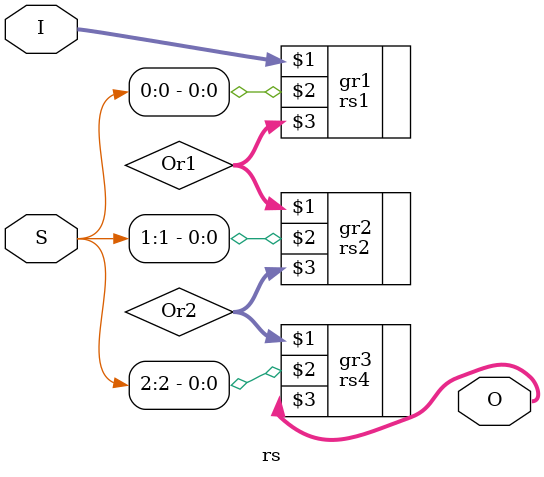
<source format=v>
`timescale 1ns / 1ps
module rs(
    input [7:0]I,
    input [2:0]S,
    output [7:0]O
    );
wire [7:0]Or1,Or2;
rs1 gr1(I,S[0],Or1);
rs2 gr2(Or1,S[1],Or2);
rs4 gr3(Or2,S[2],O);

endmodule

</source>
